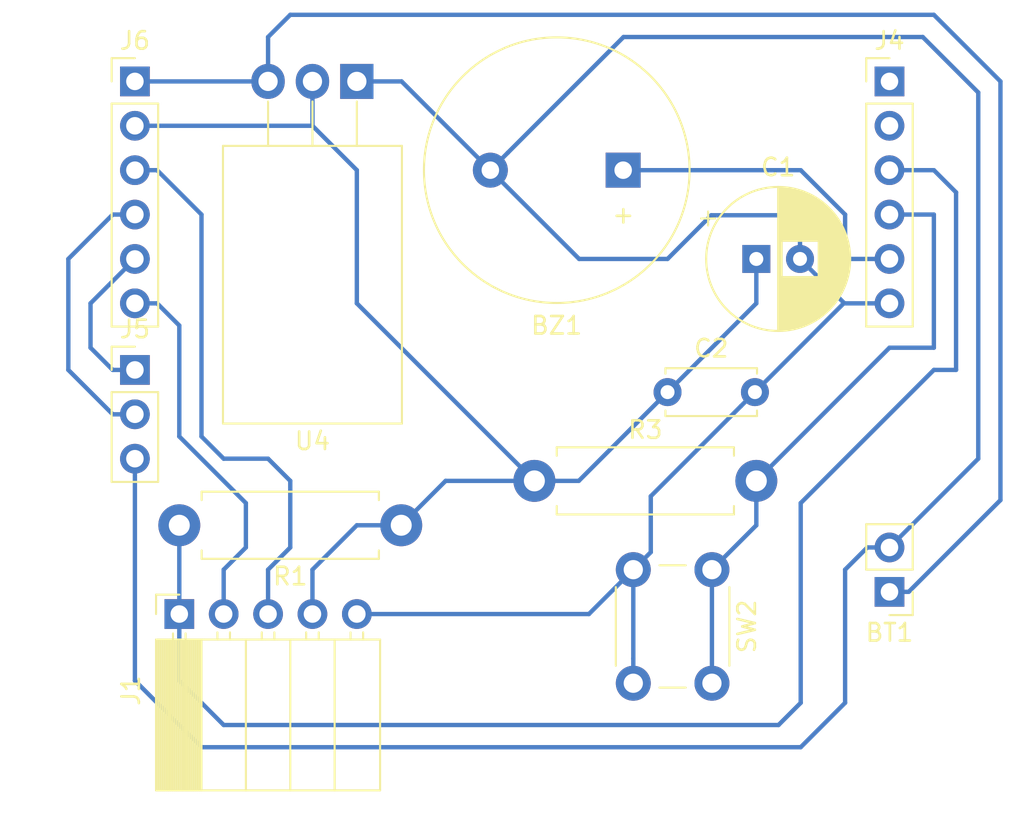
<source format=kicad_pcb>
(kicad_pcb (version 20171130) (host pcbnew 5.0.0+dfsg1-2)

  (general
    (thickness 1.6)
    (drawings 0)
    (tracks 101)
    (zones 0)
    (modules 12)
    (nets 13)
  )

  (page A4)
  (layers
    (0 F.Cu signal)
    (31 B.Cu signal)
    (32 B.Adhes user)
    (33 F.Adhes user)
    (34 B.Paste user)
    (35 F.Paste user)
    (36 B.SilkS user)
    (37 F.SilkS user)
    (38 B.Mask user)
    (39 F.Mask user)
    (40 Dwgs.User user)
    (41 Cmts.User user)
    (42 Eco1.User user)
    (43 Eco2.User user)
    (44 Edge.Cuts user)
    (45 Margin user)
    (46 B.CrtYd user)
    (47 F.CrtYd user)
    (48 B.Fab user)
    (49 F.Fab user)
  )

  (setup
    (last_trace_width 0.25)
    (trace_clearance 0.2)
    (zone_clearance 0.508)
    (zone_45_only no)
    (trace_min 0.2)
    (segment_width 0.2)
    (edge_width 0.1)
    (via_size 0.8)
    (via_drill 0.4)
    (via_min_size 0.4)
    (via_min_drill 0.3)
    (uvia_size 0.3)
    (uvia_drill 0.1)
    (uvias_allowed no)
    (uvia_min_size 0.2)
    (uvia_min_drill 0.1)
    (pcb_text_width 0.3)
    (pcb_text_size 1.5 1.5)
    (mod_edge_width 0.15)
    (mod_text_size 1 1)
    (mod_text_width 0.15)
    (pad_size 1.5 1.5)
    (pad_drill 0.6)
    (pad_to_mask_clearance 0)
    (aux_axis_origin 0 0)
    (visible_elements FFFFFF7F)
    (pcbplotparams
      (layerselection 0x010fc_ffffffff)
      (usegerberextensions false)
      (usegerberattributes false)
      (usegerberadvancedattributes false)
      (creategerberjobfile false)
      (excludeedgelayer true)
      (linewidth 0.100000)
      (plotframeref false)
      (viasonmask false)
      (mode 1)
      (useauxorigin false)
      (hpglpennumber 1)
      (hpglpenspeed 20)
      (hpglpendiameter 15.000000)
      (psnegative false)
      (psa4output false)
      (plotreference true)
      (plotvalue true)
      (plotinvisibletext false)
      (padsonsilk false)
      (subtractmaskfromsilk false)
      (outputformat 1)
      (mirror false)
      (drillshape 1)
      (scaleselection 1)
      (outputdirectory ""))
  )

  (net 0 "")
  (net 1 VDD)
  (net 2 GND)
  (net 3 "Net-(BZ1-Pad1)")
  (net 4 VCC)
  (net 5 "Net-(J1-Pad3)")
  (net 6 "Net-(J4-Pad4)")
  (net 7 "Net-(J4-Pad2)")
  (net 8 "Net-(J5-Pad1)")
  (net 9 "Net-(J5-Pad2)")
  (net 10 "Net-(J1-Pad1)")
  (net 11 "Net-(J1-Pad2)")
  (net 12 "Net-(J4-Pad1)")

  (net_class Default "This is the default net class."
    (clearance 0.2)
    (trace_width 0.25)
    (via_dia 0.8)
    (via_drill 0.4)
    (uvia_dia 0.3)
    (uvia_drill 0.1)
    (add_net GND)
    (add_net "Net-(BZ1-Pad1)")
    (add_net "Net-(J1-Pad1)")
    (add_net "Net-(J1-Pad2)")
    (add_net "Net-(J1-Pad3)")
    (add_net "Net-(J4-Pad1)")
    (add_net "Net-(J4-Pad2)")
    (add_net "Net-(J4-Pad4)")
    (add_net "Net-(J5-Pad1)")
    (add_net "Net-(J5-Pad2)")
    (add_net VCC)
    (add_net VDD)
  )

  (module Package_TO_SOT_THT:TO-220-3_Horizontal_TabDown (layer F.Cu) (tedit 5AC8BA0D) (tstamp 5BEC6EF1)
    (at 40.64 27.94 180)
    (descr "TO-220-3, Horizontal, RM 2.54mm, see https://www.vishay.com/docs/66542/to-220-1.pdf")
    (tags "TO-220-3 Horizontal RM 2.54mm")
    (path /5BD2C866)
    (fp_text reference U4 (at 2.54 -20.58 180) (layer F.SilkS)
      (effects (font (size 1 1) (thickness 0.15)))
    )
    (fp_text value LM1117-3.3 (at 2.54 2 180) (layer F.Fab)
      (effects (font (size 1 1) (thickness 0.15)))
    )
    (fp_circle (center 2.54 -16.66) (end 4.39 -16.66) (layer F.Fab) (width 0.1))
    (fp_line (start -2.46 -13.06) (end -2.46 -19.46) (layer F.Fab) (width 0.1))
    (fp_line (start -2.46 -19.46) (end 7.54 -19.46) (layer F.Fab) (width 0.1))
    (fp_line (start 7.54 -19.46) (end 7.54 -13.06) (layer F.Fab) (width 0.1))
    (fp_line (start 7.54 -13.06) (end -2.46 -13.06) (layer F.Fab) (width 0.1))
    (fp_line (start -2.46 -3.81) (end -2.46 -13.06) (layer F.Fab) (width 0.1))
    (fp_line (start -2.46 -13.06) (end 7.54 -13.06) (layer F.Fab) (width 0.1))
    (fp_line (start 7.54 -13.06) (end 7.54 -3.81) (layer F.Fab) (width 0.1))
    (fp_line (start 7.54 -3.81) (end -2.46 -3.81) (layer F.Fab) (width 0.1))
    (fp_line (start 0 -3.81) (end 0 0) (layer F.Fab) (width 0.1))
    (fp_line (start 2.54 -3.81) (end 2.54 0) (layer F.Fab) (width 0.1))
    (fp_line (start 5.08 -3.81) (end 5.08 0) (layer F.Fab) (width 0.1))
    (fp_line (start -2.58 -3.69) (end 7.66 -3.69) (layer F.SilkS) (width 0.12))
    (fp_line (start -2.58 -19.58) (end 7.66 -19.58) (layer F.SilkS) (width 0.12))
    (fp_line (start -2.58 -19.58) (end -2.58 -3.69) (layer F.SilkS) (width 0.12))
    (fp_line (start 7.66 -19.58) (end 7.66 -3.69) (layer F.SilkS) (width 0.12))
    (fp_line (start 0 -3.69) (end 0 -1.15) (layer F.SilkS) (width 0.12))
    (fp_line (start 2.54 -3.69) (end 2.54 -1.15) (layer F.SilkS) (width 0.12))
    (fp_line (start 5.08 -3.69) (end 5.08 -1.15) (layer F.SilkS) (width 0.12))
    (fp_line (start -2.71 -19.71) (end -2.71 1.25) (layer F.CrtYd) (width 0.05))
    (fp_line (start -2.71 1.25) (end 7.79 1.25) (layer F.CrtYd) (width 0.05))
    (fp_line (start 7.79 1.25) (end 7.79 -19.71) (layer F.CrtYd) (width 0.05))
    (fp_line (start 7.79 -19.71) (end -2.71 -19.71) (layer F.CrtYd) (width 0.05))
    (fp_text user %R (at 2.54 -20.58 180) (layer F.Fab)
      (effects (font (size 1 1) (thickness 0.15)))
    )
    (pad "" np_thru_hole oval (at 2.54 -16.66 180) (size 3.5 3.5) (drill 3.5) (layers *.Cu *.Mask))
    (pad 1 thru_hole rect (at 0 0 180) (size 1.905 2) (drill 1.1) (layers *.Cu *.Mask)
      (net 2 GND))
    (pad 2 thru_hole oval (at 2.54 0 180) (size 1.905 2) (drill 1.1) (layers *.Cu *.Mask)
      (net 4 VCC))
    (pad 3 thru_hole oval (at 5.08 0 180) (size 1.905 2) (drill 1.1) (layers *.Cu *.Mask)
      (net 1 VDD))
    (model ${KISYS3DMOD}/Package_TO_SOT_THT.3dshapes/TO-220-3_Horizontal_TabDown.wrl
      (at (xyz 0 0 0))
      (scale (xyz 1 1 1))
      (rotate (xyz 0 0 0))
    )
  )

  (module Connector_PinHeader_2.54mm:PinHeader_1x02_P2.54mm_Vertical (layer F.Cu) (tedit 59FED5CC) (tstamp 5BEC6CFA)
    (at 71.12 57.15 180)
    (descr "Through hole straight pin header, 1x02, 2.54mm pitch, single row")
    (tags "Through hole pin header THT 1x02 2.54mm single row")
    (path /5BD2C873)
    (fp_text reference BT1 (at 0 -2.33 180) (layer F.SilkS)
      (effects (font (size 1 1) (thickness 0.15)))
    )
    (fp_text value "4.5V - 9.9V" (at 0 4.87 180) (layer F.Fab)
      (effects (font (size 1 1) (thickness 0.15)))
    )
    (fp_line (start -0.635 -1.27) (end 1.27 -1.27) (layer F.Fab) (width 0.1))
    (fp_line (start 1.27 -1.27) (end 1.27 3.81) (layer F.Fab) (width 0.1))
    (fp_line (start 1.27 3.81) (end -1.27 3.81) (layer F.Fab) (width 0.1))
    (fp_line (start -1.27 3.81) (end -1.27 -0.635) (layer F.Fab) (width 0.1))
    (fp_line (start -1.27 -0.635) (end -0.635 -1.27) (layer F.Fab) (width 0.1))
    (fp_line (start -1.33 3.87) (end 1.33 3.87) (layer F.SilkS) (width 0.12))
    (fp_line (start -1.33 1.27) (end -1.33 3.87) (layer F.SilkS) (width 0.12))
    (fp_line (start 1.33 1.27) (end 1.33 3.87) (layer F.SilkS) (width 0.12))
    (fp_line (start -1.33 1.27) (end 1.33 1.27) (layer F.SilkS) (width 0.12))
    (fp_line (start -1.33 0) (end -1.33 -1.33) (layer F.SilkS) (width 0.12))
    (fp_line (start -1.33 -1.33) (end 0 -1.33) (layer F.SilkS) (width 0.12))
    (fp_line (start -1.8 -1.8) (end -1.8 4.35) (layer F.CrtYd) (width 0.05))
    (fp_line (start -1.8 4.35) (end 1.8 4.35) (layer F.CrtYd) (width 0.05))
    (fp_line (start 1.8 4.35) (end 1.8 -1.8) (layer F.CrtYd) (width 0.05))
    (fp_line (start 1.8 -1.8) (end -1.8 -1.8) (layer F.CrtYd) (width 0.05))
    (fp_text user %R (at 0 1.27 270) (layer F.Fab)
      (effects (font (size 1 1) (thickness 0.15)))
    )
    (pad 1 thru_hole rect (at 0 0 180) (size 1.7 1.7) (drill 1) (layers *.Cu *.Mask)
      (net 1 VDD))
    (pad 2 thru_hole oval (at 0 2.54 180) (size 1.7 1.7) (drill 1) (layers *.Cu *.Mask)
      (net 2 GND))
    (model ${KISYS3DMOD}/Connector_PinHeader_2.54mm.3dshapes/PinHeader_1x02_P2.54mm_Vertical.wrl
      (at (xyz 0 0 0))
      (scale (xyz 1 1 1))
      (rotate (xyz 0 0 0))
    )
  )

  (module Buzzer_Beeper:Buzzer_15x7.5RM7.6 (layer F.Cu) (tedit 5A030281) (tstamp 5BEC756C)
    (at 55.88 33.02 180)
    (descr "Generic Buzzer, D15mm height 7.5mm with RM7.6mm")
    (tags buzzer)
    (path /5BD2C1D8)
    (fp_text reference BZ1 (at 3.81 -8.89 180) (layer F.SilkS)
      (effects (font (size 1 1) (thickness 0.15)))
    )
    (fp_text value Buzzer (at 3.81 8.89 180) (layer F.Fab)
      (effects (font (size 1 1) (thickness 0.15)))
    )
    (fp_text user + (at -0.01 -2.54 180) (layer F.Fab)
      (effects (font (size 1 1) (thickness 0.15)))
    )
    (fp_text user + (at -0.01 -2.54 180) (layer F.SilkS)
      (effects (font (size 1 1) (thickness 0.15)))
    )
    (fp_text user %R (at 3.8 -4 180) (layer F.Fab)
      (effects (font (size 1 1) (thickness 0.15)))
    )
    (fp_circle (center 3.8 0) (end 11.55 0) (layer F.CrtYd) (width 0.05))
    (fp_circle (center 3.8 0) (end 11.3 0) (layer F.Fab) (width 0.1))
    (fp_circle (center 3.8 0) (end 4.8 0) (layer F.Fab) (width 0.1))
    (fp_circle (center 3.8 0) (end 11.4 0) (layer F.SilkS) (width 0.12))
    (pad 1 thru_hole rect (at 0 0 180) (size 2 2) (drill 1) (layers *.Cu *.Mask)
      (net 3 "Net-(BZ1-Pad1)"))
    (pad 2 thru_hole circle (at 7.6 0 180) (size 2 2) (drill 1) (layers *.Cu *.Mask)
      (net 2 GND))
    (model ${KISYS3DMOD}/Buzzer_Beeper.3dshapes/Buzzer_15x7.5RM7.6.wrl
      (at (xyz 0 0 0))
      (scale (xyz 1 1 1))
      (rotate (xyz 0 0 0))
    )
  )

  (module Capacitor_THT:CP_Radial_D8.0mm_P2.50mm (layer F.Cu) (tedit 5AE50EF0) (tstamp 5BEC6DB0)
    (at 63.5 38.1)
    (descr "CP, Radial series, Radial, pin pitch=2.50mm, , diameter=8mm, Electrolytic Capacitor")
    (tags "CP Radial series Radial pin pitch 2.50mm  diameter 8mm Electrolytic Capacitor")
    (path /5BD2C88E)
    (fp_text reference C1 (at 1.25 -5.25) (layer F.SilkS)
      (effects (font (size 1 1) (thickness 0.15)))
    )
    (fp_text value 10uF (at 1.25 5.25) (layer F.Fab)
      (effects (font (size 1 1) (thickness 0.15)))
    )
    (fp_circle (center 1.25 0) (end 5.25 0) (layer F.Fab) (width 0.1))
    (fp_circle (center 1.25 0) (end 5.37 0) (layer F.SilkS) (width 0.12))
    (fp_circle (center 1.25 0) (end 5.5 0) (layer F.CrtYd) (width 0.05))
    (fp_line (start -2.176759 -1.7475) (end -1.376759 -1.7475) (layer F.Fab) (width 0.1))
    (fp_line (start -1.776759 -2.1475) (end -1.776759 -1.3475) (layer F.Fab) (width 0.1))
    (fp_line (start 1.25 -4.08) (end 1.25 4.08) (layer F.SilkS) (width 0.12))
    (fp_line (start 1.29 -4.08) (end 1.29 4.08) (layer F.SilkS) (width 0.12))
    (fp_line (start 1.33 -4.08) (end 1.33 4.08) (layer F.SilkS) (width 0.12))
    (fp_line (start 1.37 -4.079) (end 1.37 4.079) (layer F.SilkS) (width 0.12))
    (fp_line (start 1.41 -4.077) (end 1.41 4.077) (layer F.SilkS) (width 0.12))
    (fp_line (start 1.45 -4.076) (end 1.45 4.076) (layer F.SilkS) (width 0.12))
    (fp_line (start 1.49 -4.074) (end 1.49 -1.04) (layer F.SilkS) (width 0.12))
    (fp_line (start 1.49 1.04) (end 1.49 4.074) (layer F.SilkS) (width 0.12))
    (fp_line (start 1.53 -4.071) (end 1.53 -1.04) (layer F.SilkS) (width 0.12))
    (fp_line (start 1.53 1.04) (end 1.53 4.071) (layer F.SilkS) (width 0.12))
    (fp_line (start 1.57 -4.068) (end 1.57 -1.04) (layer F.SilkS) (width 0.12))
    (fp_line (start 1.57 1.04) (end 1.57 4.068) (layer F.SilkS) (width 0.12))
    (fp_line (start 1.61 -4.065) (end 1.61 -1.04) (layer F.SilkS) (width 0.12))
    (fp_line (start 1.61 1.04) (end 1.61 4.065) (layer F.SilkS) (width 0.12))
    (fp_line (start 1.65 -4.061) (end 1.65 -1.04) (layer F.SilkS) (width 0.12))
    (fp_line (start 1.65 1.04) (end 1.65 4.061) (layer F.SilkS) (width 0.12))
    (fp_line (start 1.69 -4.057) (end 1.69 -1.04) (layer F.SilkS) (width 0.12))
    (fp_line (start 1.69 1.04) (end 1.69 4.057) (layer F.SilkS) (width 0.12))
    (fp_line (start 1.73 -4.052) (end 1.73 -1.04) (layer F.SilkS) (width 0.12))
    (fp_line (start 1.73 1.04) (end 1.73 4.052) (layer F.SilkS) (width 0.12))
    (fp_line (start 1.77 -4.048) (end 1.77 -1.04) (layer F.SilkS) (width 0.12))
    (fp_line (start 1.77 1.04) (end 1.77 4.048) (layer F.SilkS) (width 0.12))
    (fp_line (start 1.81 -4.042) (end 1.81 -1.04) (layer F.SilkS) (width 0.12))
    (fp_line (start 1.81 1.04) (end 1.81 4.042) (layer F.SilkS) (width 0.12))
    (fp_line (start 1.85 -4.037) (end 1.85 -1.04) (layer F.SilkS) (width 0.12))
    (fp_line (start 1.85 1.04) (end 1.85 4.037) (layer F.SilkS) (width 0.12))
    (fp_line (start 1.89 -4.03) (end 1.89 -1.04) (layer F.SilkS) (width 0.12))
    (fp_line (start 1.89 1.04) (end 1.89 4.03) (layer F.SilkS) (width 0.12))
    (fp_line (start 1.93 -4.024) (end 1.93 -1.04) (layer F.SilkS) (width 0.12))
    (fp_line (start 1.93 1.04) (end 1.93 4.024) (layer F.SilkS) (width 0.12))
    (fp_line (start 1.971 -4.017) (end 1.971 -1.04) (layer F.SilkS) (width 0.12))
    (fp_line (start 1.971 1.04) (end 1.971 4.017) (layer F.SilkS) (width 0.12))
    (fp_line (start 2.011 -4.01) (end 2.011 -1.04) (layer F.SilkS) (width 0.12))
    (fp_line (start 2.011 1.04) (end 2.011 4.01) (layer F.SilkS) (width 0.12))
    (fp_line (start 2.051 -4.002) (end 2.051 -1.04) (layer F.SilkS) (width 0.12))
    (fp_line (start 2.051 1.04) (end 2.051 4.002) (layer F.SilkS) (width 0.12))
    (fp_line (start 2.091 -3.994) (end 2.091 -1.04) (layer F.SilkS) (width 0.12))
    (fp_line (start 2.091 1.04) (end 2.091 3.994) (layer F.SilkS) (width 0.12))
    (fp_line (start 2.131 -3.985) (end 2.131 -1.04) (layer F.SilkS) (width 0.12))
    (fp_line (start 2.131 1.04) (end 2.131 3.985) (layer F.SilkS) (width 0.12))
    (fp_line (start 2.171 -3.976) (end 2.171 -1.04) (layer F.SilkS) (width 0.12))
    (fp_line (start 2.171 1.04) (end 2.171 3.976) (layer F.SilkS) (width 0.12))
    (fp_line (start 2.211 -3.967) (end 2.211 -1.04) (layer F.SilkS) (width 0.12))
    (fp_line (start 2.211 1.04) (end 2.211 3.967) (layer F.SilkS) (width 0.12))
    (fp_line (start 2.251 -3.957) (end 2.251 -1.04) (layer F.SilkS) (width 0.12))
    (fp_line (start 2.251 1.04) (end 2.251 3.957) (layer F.SilkS) (width 0.12))
    (fp_line (start 2.291 -3.947) (end 2.291 -1.04) (layer F.SilkS) (width 0.12))
    (fp_line (start 2.291 1.04) (end 2.291 3.947) (layer F.SilkS) (width 0.12))
    (fp_line (start 2.331 -3.936) (end 2.331 -1.04) (layer F.SilkS) (width 0.12))
    (fp_line (start 2.331 1.04) (end 2.331 3.936) (layer F.SilkS) (width 0.12))
    (fp_line (start 2.371 -3.925) (end 2.371 -1.04) (layer F.SilkS) (width 0.12))
    (fp_line (start 2.371 1.04) (end 2.371 3.925) (layer F.SilkS) (width 0.12))
    (fp_line (start 2.411 -3.914) (end 2.411 -1.04) (layer F.SilkS) (width 0.12))
    (fp_line (start 2.411 1.04) (end 2.411 3.914) (layer F.SilkS) (width 0.12))
    (fp_line (start 2.451 -3.902) (end 2.451 -1.04) (layer F.SilkS) (width 0.12))
    (fp_line (start 2.451 1.04) (end 2.451 3.902) (layer F.SilkS) (width 0.12))
    (fp_line (start 2.491 -3.889) (end 2.491 -1.04) (layer F.SilkS) (width 0.12))
    (fp_line (start 2.491 1.04) (end 2.491 3.889) (layer F.SilkS) (width 0.12))
    (fp_line (start 2.531 -3.877) (end 2.531 -1.04) (layer F.SilkS) (width 0.12))
    (fp_line (start 2.531 1.04) (end 2.531 3.877) (layer F.SilkS) (width 0.12))
    (fp_line (start 2.571 -3.863) (end 2.571 -1.04) (layer F.SilkS) (width 0.12))
    (fp_line (start 2.571 1.04) (end 2.571 3.863) (layer F.SilkS) (width 0.12))
    (fp_line (start 2.611 -3.85) (end 2.611 -1.04) (layer F.SilkS) (width 0.12))
    (fp_line (start 2.611 1.04) (end 2.611 3.85) (layer F.SilkS) (width 0.12))
    (fp_line (start 2.651 -3.835) (end 2.651 -1.04) (layer F.SilkS) (width 0.12))
    (fp_line (start 2.651 1.04) (end 2.651 3.835) (layer F.SilkS) (width 0.12))
    (fp_line (start 2.691 -3.821) (end 2.691 -1.04) (layer F.SilkS) (width 0.12))
    (fp_line (start 2.691 1.04) (end 2.691 3.821) (layer F.SilkS) (width 0.12))
    (fp_line (start 2.731 -3.805) (end 2.731 -1.04) (layer F.SilkS) (width 0.12))
    (fp_line (start 2.731 1.04) (end 2.731 3.805) (layer F.SilkS) (width 0.12))
    (fp_line (start 2.771 -3.79) (end 2.771 -1.04) (layer F.SilkS) (width 0.12))
    (fp_line (start 2.771 1.04) (end 2.771 3.79) (layer F.SilkS) (width 0.12))
    (fp_line (start 2.811 -3.774) (end 2.811 -1.04) (layer F.SilkS) (width 0.12))
    (fp_line (start 2.811 1.04) (end 2.811 3.774) (layer F.SilkS) (width 0.12))
    (fp_line (start 2.851 -3.757) (end 2.851 -1.04) (layer F.SilkS) (width 0.12))
    (fp_line (start 2.851 1.04) (end 2.851 3.757) (layer F.SilkS) (width 0.12))
    (fp_line (start 2.891 -3.74) (end 2.891 -1.04) (layer F.SilkS) (width 0.12))
    (fp_line (start 2.891 1.04) (end 2.891 3.74) (layer F.SilkS) (width 0.12))
    (fp_line (start 2.931 -3.722) (end 2.931 -1.04) (layer F.SilkS) (width 0.12))
    (fp_line (start 2.931 1.04) (end 2.931 3.722) (layer F.SilkS) (width 0.12))
    (fp_line (start 2.971 -3.704) (end 2.971 -1.04) (layer F.SilkS) (width 0.12))
    (fp_line (start 2.971 1.04) (end 2.971 3.704) (layer F.SilkS) (width 0.12))
    (fp_line (start 3.011 -3.686) (end 3.011 -1.04) (layer F.SilkS) (width 0.12))
    (fp_line (start 3.011 1.04) (end 3.011 3.686) (layer F.SilkS) (width 0.12))
    (fp_line (start 3.051 -3.666) (end 3.051 -1.04) (layer F.SilkS) (width 0.12))
    (fp_line (start 3.051 1.04) (end 3.051 3.666) (layer F.SilkS) (width 0.12))
    (fp_line (start 3.091 -3.647) (end 3.091 -1.04) (layer F.SilkS) (width 0.12))
    (fp_line (start 3.091 1.04) (end 3.091 3.647) (layer F.SilkS) (width 0.12))
    (fp_line (start 3.131 -3.627) (end 3.131 -1.04) (layer F.SilkS) (width 0.12))
    (fp_line (start 3.131 1.04) (end 3.131 3.627) (layer F.SilkS) (width 0.12))
    (fp_line (start 3.171 -3.606) (end 3.171 -1.04) (layer F.SilkS) (width 0.12))
    (fp_line (start 3.171 1.04) (end 3.171 3.606) (layer F.SilkS) (width 0.12))
    (fp_line (start 3.211 -3.584) (end 3.211 -1.04) (layer F.SilkS) (width 0.12))
    (fp_line (start 3.211 1.04) (end 3.211 3.584) (layer F.SilkS) (width 0.12))
    (fp_line (start 3.251 -3.562) (end 3.251 -1.04) (layer F.SilkS) (width 0.12))
    (fp_line (start 3.251 1.04) (end 3.251 3.562) (layer F.SilkS) (width 0.12))
    (fp_line (start 3.291 -3.54) (end 3.291 -1.04) (layer F.SilkS) (width 0.12))
    (fp_line (start 3.291 1.04) (end 3.291 3.54) (layer F.SilkS) (width 0.12))
    (fp_line (start 3.331 -3.517) (end 3.331 -1.04) (layer F.SilkS) (width 0.12))
    (fp_line (start 3.331 1.04) (end 3.331 3.517) (layer F.SilkS) (width 0.12))
    (fp_line (start 3.371 -3.493) (end 3.371 -1.04) (layer F.SilkS) (width 0.12))
    (fp_line (start 3.371 1.04) (end 3.371 3.493) (layer F.SilkS) (width 0.12))
    (fp_line (start 3.411 -3.469) (end 3.411 -1.04) (layer F.SilkS) (width 0.12))
    (fp_line (start 3.411 1.04) (end 3.411 3.469) (layer F.SilkS) (width 0.12))
    (fp_line (start 3.451 -3.444) (end 3.451 -1.04) (layer F.SilkS) (width 0.12))
    (fp_line (start 3.451 1.04) (end 3.451 3.444) (layer F.SilkS) (width 0.12))
    (fp_line (start 3.491 -3.418) (end 3.491 -1.04) (layer F.SilkS) (width 0.12))
    (fp_line (start 3.491 1.04) (end 3.491 3.418) (layer F.SilkS) (width 0.12))
    (fp_line (start 3.531 -3.392) (end 3.531 -1.04) (layer F.SilkS) (width 0.12))
    (fp_line (start 3.531 1.04) (end 3.531 3.392) (layer F.SilkS) (width 0.12))
    (fp_line (start 3.571 -3.365) (end 3.571 3.365) (layer F.SilkS) (width 0.12))
    (fp_line (start 3.611 -3.338) (end 3.611 3.338) (layer F.SilkS) (width 0.12))
    (fp_line (start 3.651 -3.309) (end 3.651 3.309) (layer F.SilkS) (width 0.12))
    (fp_line (start 3.691 -3.28) (end 3.691 3.28) (layer F.SilkS) (width 0.12))
    (fp_line (start 3.731 -3.25) (end 3.731 3.25) (layer F.SilkS) (width 0.12))
    (fp_line (start 3.771 -3.22) (end 3.771 3.22) (layer F.SilkS) (width 0.12))
    (fp_line (start 3.811 -3.189) (end 3.811 3.189) (layer F.SilkS) (width 0.12))
    (fp_line (start 3.851 -3.156) (end 3.851 3.156) (layer F.SilkS) (width 0.12))
    (fp_line (start 3.891 -3.124) (end 3.891 3.124) (layer F.SilkS) (width 0.12))
    (fp_line (start 3.931 -3.09) (end 3.931 3.09) (layer F.SilkS) (width 0.12))
    (fp_line (start 3.971 -3.055) (end 3.971 3.055) (layer F.SilkS) (width 0.12))
    (fp_line (start 4.011 -3.019) (end 4.011 3.019) (layer F.SilkS) (width 0.12))
    (fp_line (start 4.051 -2.983) (end 4.051 2.983) (layer F.SilkS) (width 0.12))
    (fp_line (start 4.091 -2.945) (end 4.091 2.945) (layer F.SilkS) (width 0.12))
    (fp_line (start 4.131 -2.907) (end 4.131 2.907) (layer F.SilkS) (width 0.12))
    (fp_line (start 4.171 -2.867) (end 4.171 2.867) (layer F.SilkS) (width 0.12))
    (fp_line (start 4.211 -2.826) (end 4.211 2.826) (layer F.SilkS) (width 0.12))
    (fp_line (start 4.251 -2.784) (end 4.251 2.784) (layer F.SilkS) (width 0.12))
    (fp_line (start 4.291 -2.741) (end 4.291 2.741) (layer F.SilkS) (width 0.12))
    (fp_line (start 4.331 -2.697) (end 4.331 2.697) (layer F.SilkS) (width 0.12))
    (fp_line (start 4.371 -2.651) (end 4.371 2.651) (layer F.SilkS) (width 0.12))
    (fp_line (start 4.411 -2.604) (end 4.411 2.604) (layer F.SilkS) (width 0.12))
    (fp_line (start 4.451 -2.556) (end 4.451 2.556) (layer F.SilkS) (width 0.12))
    (fp_line (start 4.491 -2.505) (end 4.491 2.505) (layer F.SilkS) (width 0.12))
    (fp_line (start 4.531 -2.454) (end 4.531 2.454) (layer F.SilkS) (width 0.12))
    (fp_line (start 4.571 -2.4) (end 4.571 2.4) (layer F.SilkS) (width 0.12))
    (fp_line (start 4.611 -2.345) (end 4.611 2.345) (layer F.SilkS) (width 0.12))
    (fp_line (start 4.651 -2.287) (end 4.651 2.287) (layer F.SilkS) (width 0.12))
    (fp_line (start 4.691 -2.228) (end 4.691 2.228) (layer F.SilkS) (width 0.12))
    (fp_line (start 4.731 -2.166) (end 4.731 2.166) (layer F.SilkS) (width 0.12))
    (fp_line (start 4.771 -2.102) (end 4.771 2.102) (layer F.SilkS) (width 0.12))
    (fp_line (start 4.811 -2.034) (end 4.811 2.034) (layer F.SilkS) (width 0.12))
    (fp_line (start 4.851 -1.964) (end 4.851 1.964) (layer F.SilkS) (width 0.12))
    (fp_line (start 4.891 -1.89) (end 4.891 1.89) (layer F.SilkS) (width 0.12))
    (fp_line (start 4.931 -1.813) (end 4.931 1.813) (layer F.SilkS) (width 0.12))
    (fp_line (start 4.971 -1.731) (end 4.971 1.731) (layer F.SilkS) (width 0.12))
    (fp_line (start 5.011 -1.645) (end 5.011 1.645) (layer F.SilkS) (width 0.12))
    (fp_line (start 5.051 -1.552) (end 5.051 1.552) (layer F.SilkS) (width 0.12))
    (fp_line (start 5.091 -1.453) (end 5.091 1.453) (layer F.SilkS) (width 0.12))
    (fp_line (start 5.131 -1.346) (end 5.131 1.346) (layer F.SilkS) (width 0.12))
    (fp_line (start 5.171 -1.229) (end 5.171 1.229) (layer F.SilkS) (width 0.12))
    (fp_line (start 5.211 -1.098) (end 5.211 1.098) (layer F.SilkS) (width 0.12))
    (fp_line (start 5.251 -0.948) (end 5.251 0.948) (layer F.SilkS) (width 0.12))
    (fp_line (start 5.291 -0.768) (end 5.291 0.768) (layer F.SilkS) (width 0.12))
    (fp_line (start 5.331 -0.533) (end 5.331 0.533) (layer F.SilkS) (width 0.12))
    (fp_line (start -3.159698 -2.315) (end -2.359698 -2.315) (layer F.SilkS) (width 0.12))
    (fp_line (start -2.759698 -2.715) (end -2.759698 -1.915) (layer F.SilkS) (width 0.12))
    (fp_text user %R (at 1.25 0) (layer F.Fab)
      (effects (font (size 1 1) (thickness 0.15)))
    )
    (pad 1 thru_hole rect (at 0 0) (size 1.6 1.6) (drill 0.8) (layers *.Cu *.Mask)
      (net 4 VCC))
    (pad 2 thru_hole circle (at 2.5 0) (size 1.6 1.6) (drill 0.8) (layers *.Cu *.Mask)
      (net 2 GND))
    (model ${KISYS3DMOD}/Capacitor_THT.3dshapes/CP_Radial_D8.0mm_P2.50mm.wrl
      (at (xyz 0 0 0))
      (scale (xyz 1 1 1))
      (rotate (xyz 0 0 0))
    )
  )

  (module Capacitor_THT:C_Disc_D5.0mm_W2.5mm_P5.00mm (layer F.Cu) (tedit 5AE50EF0) (tstamp 5BEC6DC5)
    (at 58.42 45.72)
    (descr "C, Disc series, Radial, pin pitch=5.00mm, , diameter*width=5*2.5mm^2, Capacitor, http://cdn-reichelt.de/documents/datenblatt/B300/DS_KERKO_TC.pdf")
    (tags "C Disc series Radial pin pitch 5.00mm  diameter 5mm width 2.5mm Capacitor")
    (path /5BD2C887)
    (fp_text reference C2 (at 2.5 -2.5) (layer F.SilkS)
      (effects (font (size 1 1) (thickness 0.15)))
    )
    (fp_text value 100nF (at 2.5 2.5) (layer F.Fab)
      (effects (font (size 1 1) (thickness 0.15)))
    )
    (fp_line (start 0 -1.25) (end 0 1.25) (layer F.Fab) (width 0.1))
    (fp_line (start 0 1.25) (end 5 1.25) (layer F.Fab) (width 0.1))
    (fp_line (start 5 1.25) (end 5 -1.25) (layer F.Fab) (width 0.1))
    (fp_line (start 5 -1.25) (end 0 -1.25) (layer F.Fab) (width 0.1))
    (fp_line (start -0.12 -1.37) (end 5.12 -1.37) (layer F.SilkS) (width 0.12))
    (fp_line (start -0.12 1.37) (end 5.12 1.37) (layer F.SilkS) (width 0.12))
    (fp_line (start -0.12 -1.37) (end -0.12 -1.055) (layer F.SilkS) (width 0.12))
    (fp_line (start -0.12 1.055) (end -0.12 1.37) (layer F.SilkS) (width 0.12))
    (fp_line (start 5.12 -1.37) (end 5.12 -1.055) (layer F.SilkS) (width 0.12))
    (fp_line (start 5.12 1.055) (end 5.12 1.37) (layer F.SilkS) (width 0.12))
    (fp_line (start -1.05 -1.5) (end -1.05 1.5) (layer F.CrtYd) (width 0.05))
    (fp_line (start -1.05 1.5) (end 6.05 1.5) (layer F.CrtYd) (width 0.05))
    (fp_line (start 6.05 1.5) (end 6.05 -1.5) (layer F.CrtYd) (width 0.05))
    (fp_line (start 6.05 -1.5) (end -1.05 -1.5) (layer F.CrtYd) (width 0.05))
    (fp_text user %R (at 2.5 0) (layer F.Fab)
      (effects (font (size 1 1) (thickness 0.15)))
    )
    (pad 1 thru_hole circle (at 0 0) (size 1.6 1.6) (drill 0.8) (layers *.Cu *.Mask)
      (net 4 VCC))
    (pad 2 thru_hole circle (at 5 0) (size 1.6 1.6) (drill 0.8) (layers *.Cu *.Mask)
      (net 2 GND))
    (model ${KISYS3DMOD}/Capacitor_THT.3dshapes/C_Disc_D5.0mm_W2.5mm_P5.00mm.wrl
      (at (xyz 0 0 0))
      (scale (xyz 1 1 1))
      (rotate (xyz 0 0 0))
    )
  )

  (module Connector_PinSocket_2.54mm:PinSocket_1x05_P2.54mm_Horizontal (layer F.Cu) (tedit 5A19A431) (tstamp 5BEC6E10)
    (at 30.48 58.42 90)
    (descr "Through hole angled socket strip, 1x05, 2.54mm pitch, 8.51mm socket length, single row (from Kicad 4.0.7), script generated")
    (tags "Through hole angled socket strip THT 1x05 2.54mm single row")
    (path /5BECCCD8)
    (fp_text reference J1 (at -4.38 -2.77 90) (layer F.SilkS)
      (effects (font (size 1 1) (thickness 0.15)))
    )
    (fp_text value Conn_01x05_Female (at -4.38 12.93 90) (layer F.Fab)
      (effects (font (size 1 1) (thickness 0.15)))
    )
    (fp_line (start -10.03 -1.27) (end -2.49 -1.27) (layer F.Fab) (width 0.1))
    (fp_line (start -2.49 -1.27) (end -1.52 -0.3) (layer F.Fab) (width 0.1))
    (fp_line (start -1.52 -0.3) (end -1.52 11.43) (layer F.Fab) (width 0.1))
    (fp_line (start -1.52 11.43) (end -10.03 11.43) (layer F.Fab) (width 0.1))
    (fp_line (start -10.03 11.43) (end -10.03 -1.27) (layer F.Fab) (width 0.1))
    (fp_line (start 0 -0.3) (end -1.52 -0.3) (layer F.Fab) (width 0.1))
    (fp_line (start -1.52 0.3) (end 0 0.3) (layer F.Fab) (width 0.1))
    (fp_line (start 0 0.3) (end 0 -0.3) (layer F.Fab) (width 0.1))
    (fp_line (start 0 2.24) (end -1.52 2.24) (layer F.Fab) (width 0.1))
    (fp_line (start -1.52 2.84) (end 0 2.84) (layer F.Fab) (width 0.1))
    (fp_line (start 0 2.84) (end 0 2.24) (layer F.Fab) (width 0.1))
    (fp_line (start 0 4.78) (end -1.52 4.78) (layer F.Fab) (width 0.1))
    (fp_line (start -1.52 5.38) (end 0 5.38) (layer F.Fab) (width 0.1))
    (fp_line (start 0 5.38) (end 0 4.78) (layer F.Fab) (width 0.1))
    (fp_line (start 0 7.32) (end -1.52 7.32) (layer F.Fab) (width 0.1))
    (fp_line (start -1.52 7.92) (end 0 7.92) (layer F.Fab) (width 0.1))
    (fp_line (start 0 7.92) (end 0 7.32) (layer F.Fab) (width 0.1))
    (fp_line (start 0 9.86) (end -1.52 9.86) (layer F.Fab) (width 0.1))
    (fp_line (start -1.52 10.46) (end 0 10.46) (layer F.Fab) (width 0.1))
    (fp_line (start 0 10.46) (end 0 9.86) (layer F.Fab) (width 0.1))
    (fp_line (start -10.09 -1.21) (end -1.46 -1.21) (layer F.SilkS) (width 0.12))
    (fp_line (start -10.09 -1.091905) (end -1.46 -1.091905) (layer F.SilkS) (width 0.12))
    (fp_line (start -10.09 -0.97381) (end -1.46 -0.97381) (layer F.SilkS) (width 0.12))
    (fp_line (start -10.09 -0.855715) (end -1.46 -0.855715) (layer F.SilkS) (width 0.12))
    (fp_line (start -10.09 -0.73762) (end -1.46 -0.73762) (layer F.SilkS) (width 0.12))
    (fp_line (start -10.09 -0.619525) (end -1.46 -0.619525) (layer F.SilkS) (width 0.12))
    (fp_line (start -10.09 -0.50143) (end -1.46 -0.50143) (layer F.SilkS) (width 0.12))
    (fp_line (start -10.09 -0.383335) (end -1.46 -0.383335) (layer F.SilkS) (width 0.12))
    (fp_line (start -10.09 -0.26524) (end -1.46 -0.26524) (layer F.SilkS) (width 0.12))
    (fp_line (start -10.09 -0.147145) (end -1.46 -0.147145) (layer F.SilkS) (width 0.12))
    (fp_line (start -10.09 -0.02905) (end -1.46 -0.02905) (layer F.SilkS) (width 0.12))
    (fp_line (start -10.09 0.089045) (end -1.46 0.089045) (layer F.SilkS) (width 0.12))
    (fp_line (start -10.09 0.20714) (end -1.46 0.20714) (layer F.SilkS) (width 0.12))
    (fp_line (start -10.09 0.325235) (end -1.46 0.325235) (layer F.SilkS) (width 0.12))
    (fp_line (start -10.09 0.44333) (end -1.46 0.44333) (layer F.SilkS) (width 0.12))
    (fp_line (start -10.09 0.561425) (end -1.46 0.561425) (layer F.SilkS) (width 0.12))
    (fp_line (start -10.09 0.67952) (end -1.46 0.67952) (layer F.SilkS) (width 0.12))
    (fp_line (start -10.09 0.797615) (end -1.46 0.797615) (layer F.SilkS) (width 0.12))
    (fp_line (start -10.09 0.91571) (end -1.46 0.91571) (layer F.SilkS) (width 0.12))
    (fp_line (start -10.09 1.033805) (end -1.46 1.033805) (layer F.SilkS) (width 0.12))
    (fp_line (start -10.09 1.1519) (end -1.46 1.1519) (layer F.SilkS) (width 0.12))
    (fp_line (start -1.46 -0.36) (end -1.11 -0.36) (layer F.SilkS) (width 0.12))
    (fp_line (start -1.46 0.36) (end -1.11 0.36) (layer F.SilkS) (width 0.12))
    (fp_line (start -1.46 2.18) (end -1.05 2.18) (layer F.SilkS) (width 0.12))
    (fp_line (start -1.46 2.9) (end -1.05 2.9) (layer F.SilkS) (width 0.12))
    (fp_line (start -1.46 4.72) (end -1.05 4.72) (layer F.SilkS) (width 0.12))
    (fp_line (start -1.46 5.44) (end -1.05 5.44) (layer F.SilkS) (width 0.12))
    (fp_line (start -1.46 7.26) (end -1.05 7.26) (layer F.SilkS) (width 0.12))
    (fp_line (start -1.46 7.98) (end -1.05 7.98) (layer F.SilkS) (width 0.12))
    (fp_line (start -1.46 9.8) (end -1.05 9.8) (layer F.SilkS) (width 0.12))
    (fp_line (start -1.46 10.52) (end -1.05 10.52) (layer F.SilkS) (width 0.12))
    (fp_line (start -10.09 1.27) (end -1.46 1.27) (layer F.SilkS) (width 0.12))
    (fp_line (start -10.09 3.81) (end -1.46 3.81) (layer F.SilkS) (width 0.12))
    (fp_line (start -10.09 6.35) (end -1.46 6.35) (layer F.SilkS) (width 0.12))
    (fp_line (start -10.09 8.89) (end -1.46 8.89) (layer F.SilkS) (width 0.12))
    (fp_line (start -10.09 -1.33) (end -1.46 -1.33) (layer F.SilkS) (width 0.12))
    (fp_line (start -1.46 -1.33) (end -1.46 11.49) (layer F.SilkS) (width 0.12))
    (fp_line (start -10.09 11.49) (end -1.46 11.49) (layer F.SilkS) (width 0.12))
    (fp_line (start -10.09 -1.33) (end -10.09 11.49) (layer F.SilkS) (width 0.12))
    (fp_line (start 1.11 -1.33) (end 1.11 0) (layer F.SilkS) (width 0.12))
    (fp_line (start 0 -1.33) (end 1.11 -1.33) (layer F.SilkS) (width 0.12))
    (fp_line (start 1.75 -1.75) (end -10.55 -1.75) (layer F.CrtYd) (width 0.05))
    (fp_line (start -10.55 -1.75) (end -10.55 11.95) (layer F.CrtYd) (width 0.05))
    (fp_line (start -10.55 11.95) (end 1.75 11.95) (layer F.CrtYd) (width 0.05))
    (fp_line (start 1.75 11.95) (end 1.75 -1.75) (layer F.CrtYd) (width 0.05))
    (fp_text user %R (at -5.775 5.08 180) (layer F.Fab)
      (effects (font (size 1 1) (thickness 0.15)))
    )
    (pad 1 thru_hole rect (at 0 0 90) (size 1.7 1.7) (drill 1) (layers *.Cu *.Mask)
      (net 10 "Net-(J1-Pad1)"))
    (pad 2 thru_hole oval (at 0 2.54 90) (size 1.7 1.7) (drill 1) (layers *.Cu *.Mask)
      (net 11 "Net-(J1-Pad2)"))
    (pad 3 thru_hole oval (at 0 5.08 90) (size 1.7 1.7) (drill 1) (layers *.Cu *.Mask)
      (net 5 "Net-(J1-Pad3)"))
    (pad 4 thru_hole oval (at 0 7.62 90) (size 1.7 1.7) (drill 1) (layers *.Cu *.Mask)
      (net 4 VCC))
    (pad 5 thru_hole oval (at 0 10.16 90) (size 1.7 1.7) (drill 1) (layers *.Cu *.Mask)
      (net 2 GND))
    (model ${KISYS3DMOD}/Connector_PinSocket_2.54mm.3dshapes/PinSocket_1x05_P2.54mm_Horizontal.wrl
      (at (xyz 0 0 0))
      (scale (xyz 1 1 1))
      (rotate (xyz 0 0 0))
    )
  )

  (module Connector_PinHeader_2.54mm:PinHeader_1x06_P2.54mm_Vertical (layer F.Cu) (tedit 59FED5CC) (tstamp 5BEC7455)
    (at 71.12 27.94)
    (descr "Through hole straight pin header, 1x06, 2.54mm pitch, single row")
    (tags "Through hole pin header THT 1x06 2.54mm single row")
    (path /5BE9FD1D)
    (fp_text reference J4 (at 0 -2.33) (layer F.SilkS)
      (effects (font (size 1 1) (thickness 0.15)))
    )
    (fp_text value Conn_01x06_Female (at 0 15.03) (layer F.Fab)
      (effects (font (size 1 1) (thickness 0.15)))
    )
    (fp_text user %R (at 0 6.35 90) (layer F.Fab)
      (effects (font (size 1 1) (thickness 0.15)))
    )
    (fp_line (start 1.8 -1.8) (end -1.8 -1.8) (layer F.CrtYd) (width 0.05))
    (fp_line (start 1.8 14.5) (end 1.8 -1.8) (layer F.CrtYd) (width 0.05))
    (fp_line (start -1.8 14.5) (end 1.8 14.5) (layer F.CrtYd) (width 0.05))
    (fp_line (start -1.8 -1.8) (end -1.8 14.5) (layer F.CrtYd) (width 0.05))
    (fp_line (start -1.33 -1.33) (end 0 -1.33) (layer F.SilkS) (width 0.12))
    (fp_line (start -1.33 0) (end -1.33 -1.33) (layer F.SilkS) (width 0.12))
    (fp_line (start -1.33 1.27) (end 1.33 1.27) (layer F.SilkS) (width 0.12))
    (fp_line (start 1.33 1.27) (end 1.33 14.03) (layer F.SilkS) (width 0.12))
    (fp_line (start -1.33 1.27) (end -1.33 14.03) (layer F.SilkS) (width 0.12))
    (fp_line (start -1.33 14.03) (end 1.33 14.03) (layer F.SilkS) (width 0.12))
    (fp_line (start -1.27 -0.635) (end -0.635 -1.27) (layer F.Fab) (width 0.1))
    (fp_line (start -1.27 13.97) (end -1.27 -0.635) (layer F.Fab) (width 0.1))
    (fp_line (start 1.27 13.97) (end -1.27 13.97) (layer F.Fab) (width 0.1))
    (fp_line (start 1.27 -1.27) (end 1.27 13.97) (layer F.Fab) (width 0.1))
    (fp_line (start -0.635 -1.27) (end 1.27 -1.27) (layer F.Fab) (width 0.1))
    (pad 6 thru_hole oval (at 0 12.7) (size 1.7 1.7) (drill 1) (layers *.Cu *.Mask)
      (net 2 GND))
    (pad 5 thru_hole oval (at 0 10.16) (size 1.7 1.7) (drill 1) (layers *.Cu *.Mask)
      (net 3 "Net-(BZ1-Pad1)"))
    (pad 4 thru_hole oval (at 0 7.62) (size 1.7 1.7) (drill 1) (layers *.Cu *.Mask)
      (net 6 "Net-(J4-Pad4)"))
    (pad 3 thru_hole oval (at 0 5.08) (size 1.7 1.7) (drill 1) (layers *.Cu *.Mask)
      (net 10 "Net-(J1-Pad1)"))
    (pad 2 thru_hole oval (at 0 2.54) (size 1.7 1.7) (drill 1) (layers *.Cu *.Mask)
      (net 7 "Net-(J4-Pad2)"))
    (pad 1 thru_hole rect (at 0 0) (size 1.7 1.7) (drill 1) (layers *.Cu *.Mask)
      (net 12 "Net-(J4-Pad1)"))
    (model ${KISYS3DMOD}/Connector_PinHeader_2.54mm.3dshapes/PinHeader_1x06_P2.54mm_Vertical.wrl
      (at (xyz 0 0 0))
      (scale (xyz 1 1 1))
      (rotate (xyz 0 0 0))
    )
  )

  (module Connector_PinHeader_2.54mm:PinHeader_1x06_P2.54mm_Vertical (layer F.Cu) (tedit 59FED5CC) (tstamp 5BEC73BE)
    (at 27.94 27.94)
    (descr "Through hole straight pin header, 1x06, 2.54mm pitch, single row")
    (tags "Through hole pin header THT 1x06 2.54mm single row")
    (path /5BE9EDB9)
    (fp_text reference J6 (at 0 -2.33) (layer F.SilkS)
      (effects (font (size 1 1) (thickness 0.15)))
    )
    (fp_text value Conn_01x06_Female (at 0 15.03) (layer F.Fab)
      (effects (font (size 1 1) (thickness 0.15)))
    )
    (fp_line (start -0.635 -1.27) (end 1.27 -1.27) (layer F.Fab) (width 0.1))
    (fp_line (start 1.27 -1.27) (end 1.27 13.97) (layer F.Fab) (width 0.1))
    (fp_line (start 1.27 13.97) (end -1.27 13.97) (layer F.Fab) (width 0.1))
    (fp_line (start -1.27 13.97) (end -1.27 -0.635) (layer F.Fab) (width 0.1))
    (fp_line (start -1.27 -0.635) (end -0.635 -1.27) (layer F.Fab) (width 0.1))
    (fp_line (start -1.33 14.03) (end 1.33 14.03) (layer F.SilkS) (width 0.12))
    (fp_line (start -1.33 1.27) (end -1.33 14.03) (layer F.SilkS) (width 0.12))
    (fp_line (start 1.33 1.27) (end 1.33 14.03) (layer F.SilkS) (width 0.12))
    (fp_line (start -1.33 1.27) (end 1.33 1.27) (layer F.SilkS) (width 0.12))
    (fp_line (start -1.33 0) (end -1.33 -1.33) (layer F.SilkS) (width 0.12))
    (fp_line (start -1.33 -1.33) (end 0 -1.33) (layer F.SilkS) (width 0.12))
    (fp_line (start -1.8 -1.8) (end -1.8 14.5) (layer F.CrtYd) (width 0.05))
    (fp_line (start -1.8 14.5) (end 1.8 14.5) (layer F.CrtYd) (width 0.05))
    (fp_line (start 1.8 14.5) (end 1.8 -1.8) (layer F.CrtYd) (width 0.05))
    (fp_line (start 1.8 -1.8) (end -1.8 -1.8) (layer F.CrtYd) (width 0.05))
    (fp_text user %R (at 0 6.35 90) (layer F.Fab)
      (effects (font (size 1 1) (thickness 0.15)))
    )
    (pad 1 thru_hole rect (at 0 0) (size 1.7 1.7) (drill 1) (layers *.Cu *.Mask)
      (net 1 VDD))
    (pad 2 thru_hole oval (at 0 2.54) (size 1.7 1.7) (drill 1) (layers *.Cu *.Mask)
      (net 4 VCC))
    (pad 3 thru_hole oval (at 0 5.08) (size 1.7 1.7) (drill 1) (layers *.Cu *.Mask)
      (net 5 "Net-(J1-Pad3)"))
    (pad 4 thru_hole oval (at 0 7.62) (size 1.7 1.7) (drill 1) (layers *.Cu *.Mask)
      (net 9 "Net-(J5-Pad2)"))
    (pad 5 thru_hole oval (at 0 10.16) (size 1.7 1.7) (drill 1) (layers *.Cu *.Mask)
      (net 8 "Net-(J5-Pad1)"))
    (pad 6 thru_hole oval (at 0 12.7) (size 1.7 1.7) (drill 1) (layers *.Cu *.Mask)
      (net 11 "Net-(J1-Pad2)"))
    (model ${KISYS3DMOD}/Connector_PinHeader_2.54mm.3dshapes/PinHeader_1x06_P2.54mm_Vertical.wrl
      (at (xyz 0 0 0))
      (scale (xyz 1 1 1))
      (rotate (xyz 0 0 0))
    )
  )

  (module Resistor_THT:R_Axial_DIN0411_L9.9mm_D3.6mm_P12.70mm_Horizontal (layer F.Cu) (tedit 5AE5139B) (tstamp 5BEC6E9B)
    (at 43.18 53.34 180)
    (descr "Resistor, Axial_DIN0411 series, Axial, Horizontal, pin pitch=12.7mm, 1W, length*diameter=9.9*3.6mm^2")
    (tags "Resistor Axial_DIN0411 series Axial Horizontal pin pitch 12.7mm 1W length 9.9mm diameter 3.6mm")
    (path /5BECCED6)
    (fp_text reference R1 (at 6.35 -2.92 180) (layer F.SilkS)
      (effects (font (size 1 1) (thickness 0.15)))
    )
    (fp_text value 4k7 (at 6.35 2.92 180) (layer F.Fab)
      (effects (font (size 1 1) (thickness 0.15)))
    )
    (fp_text user %R (at 6.35 0 180) (layer F.Fab)
      (effects (font (size 1 1) (thickness 0.15)))
    )
    (fp_line (start 14.15 -2.05) (end -1.45 -2.05) (layer F.CrtYd) (width 0.05))
    (fp_line (start 14.15 2.05) (end 14.15 -2.05) (layer F.CrtYd) (width 0.05))
    (fp_line (start -1.45 2.05) (end 14.15 2.05) (layer F.CrtYd) (width 0.05))
    (fp_line (start -1.45 -2.05) (end -1.45 2.05) (layer F.CrtYd) (width 0.05))
    (fp_line (start 11.42 1.92) (end 11.42 1.44) (layer F.SilkS) (width 0.12))
    (fp_line (start 1.28 1.92) (end 11.42 1.92) (layer F.SilkS) (width 0.12))
    (fp_line (start 1.28 1.44) (end 1.28 1.92) (layer F.SilkS) (width 0.12))
    (fp_line (start 11.42 -1.92) (end 11.42 -1.44) (layer F.SilkS) (width 0.12))
    (fp_line (start 1.28 -1.92) (end 11.42 -1.92) (layer F.SilkS) (width 0.12))
    (fp_line (start 1.28 -1.44) (end 1.28 -1.92) (layer F.SilkS) (width 0.12))
    (fp_line (start 12.7 0) (end 11.3 0) (layer F.Fab) (width 0.1))
    (fp_line (start 0 0) (end 1.4 0) (layer F.Fab) (width 0.1))
    (fp_line (start 11.3 -1.8) (end 1.4 -1.8) (layer F.Fab) (width 0.1))
    (fp_line (start 11.3 1.8) (end 11.3 -1.8) (layer F.Fab) (width 0.1))
    (fp_line (start 1.4 1.8) (end 11.3 1.8) (layer F.Fab) (width 0.1))
    (fp_line (start 1.4 -1.8) (end 1.4 1.8) (layer F.Fab) (width 0.1))
    (pad 2 thru_hole oval (at 12.7 0 180) (size 2.4 2.4) (drill 1.2) (layers *.Cu *.Mask)
      (net 10 "Net-(J1-Pad1)"))
    (pad 1 thru_hole circle (at 0 0 180) (size 2.4 2.4) (drill 1.2) (layers *.Cu *.Mask)
      (net 4 VCC))
    (model ${KISYS3DMOD}/Resistor_THT.3dshapes/R_Axial_DIN0411_L9.9mm_D3.6mm_P12.70mm_Horizontal.wrl
      (at (xyz 0 0 0))
      (scale (xyz 1 1 1))
      (rotate (xyz 0 0 0))
    )
  )

  (module Resistor_THT:R_Axial_DIN0411_L9.9mm_D3.6mm_P12.70mm_Horizontal (layer F.Cu) (tedit 5AE5139B) (tstamp 5BEC6EB2)
    (at 50.8 50.8)
    (descr "Resistor, Axial_DIN0411 series, Axial, Horizontal, pin pitch=12.7mm, 1W, length*diameter=9.9*3.6mm^2")
    (tags "Resistor Axial_DIN0411 series Axial Horizontal pin pitch 12.7mm 1W length 9.9mm diameter 3.6mm")
    (path /5BDCDB06)
    (fp_text reference R3 (at 6.35 -2.92) (layer F.SilkS)
      (effects (font (size 1 1) (thickness 0.15)))
    )
    (fp_text value 4k7 (at 6.35 2.92) (layer F.Fab)
      (effects (font (size 1 1) (thickness 0.15)))
    )
    (fp_line (start 1.4 -1.8) (end 1.4 1.8) (layer F.Fab) (width 0.1))
    (fp_line (start 1.4 1.8) (end 11.3 1.8) (layer F.Fab) (width 0.1))
    (fp_line (start 11.3 1.8) (end 11.3 -1.8) (layer F.Fab) (width 0.1))
    (fp_line (start 11.3 -1.8) (end 1.4 -1.8) (layer F.Fab) (width 0.1))
    (fp_line (start 0 0) (end 1.4 0) (layer F.Fab) (width 0.1))
    (fp_line (start 12.7 0) (end 11.3 0) (layer F.Fab) (width 0.1))
    (fp_line (start 1.28 -1.44) (end 1.28 -1.92) (layer F.SilkS) (width 0.12))
    (fp_line (start 1.28 -1.92) (end 11.42 -1.92) (layer F.SilkS) (width 0.12))
    (fp_line (start 11.42 -1.92) (end 11.42 -1.44) (layer F.SilkS) (width 0.12))
    (fp_line (start 1.28 1.44) (end 1.28 1.92) (layer F.SilkS) (width 0.12))
    (fp_line (start 1.28 1.92) (end 11.42 1.92) (layer F.SilkS) (width 0.12))
    (fp_line (start 11.42 1.92) (end 11.42 1.44) (layer F.SilkS) (width 0.12))
    (fp_line (start -1.45 -2.05) (end -1.45 2.05) (layer F.CrtYd) (width 0.05))
    (fp_line (start -1.45 2.05) (end 14.15 2.05) (layer F.CrtYd) (width 0.05))
    (fp_line (start 14.15 2.05) (end 14.15 -2.05) (layer F.CrtYd) (width 0.05))
    (fp_line (start 14.15 -2.05) (end -1.45 -2.05) (layer F.CrtYd) (width 0.05))
    (fp_text user %R (at 6.35 0) (layer F.Fab)
      (effects (font (size 1 1) (thickness 0.15)))
    )
    (pad 1 thru_hole circle (at 0 0) (size 2.4 2.4) (drill 1.2) (layers *.Cu *.Mask)
      (net 4 VCC))
    (pad 2 thru_hole oval (at 12.7 0) (size 2.4 2.4) (drill 1.2) (layers *.Cu *.Mask)
      (net 6 "Net-(J4-Pad4)"))
    (model ${KISYS3DMOD}/Resistor_THT.3dshapes/R_Axial_DIN0411_L9.9mm_D3.6mm_P12.70mm_Horizontal.wrl
      (at (xyz 0 0 0))
      (scale (xyz 1 1 1))
      (rotate (xyz 0 0 0))
    )
  )

  (module Button_Switch_THT:SW_PUSH_6mm_H5mm (layer F.Cu) (tedit 5A02FE31) (tstamp 5BEC79E8)
    (at 60.96 55.88 270)
    (descr "tactile push button, 6x6mm e.g. PHAP33xx series, height=5mm")
    (tags "tact sw push 6mm")
    (path /5BD2C33F)
    (fp_text reference SW2 (at 3.25 -2 270) (layer F.SilkS)
      (effects (font (size 1 1) (thickness 0.15)))
    )
    (fp_text value TRIM (at 3.75 6.7 270) (layer F.Fab)
      (effects (font (size 1 1) (thickness 0.15)))
    )
    (fp_text user %R (at 3.25 2.25 270) (layer F.Fab)
      (effects (font (size 1 1) (thickness 0.15)))
    )
    (fp_line (start 3.25 -0.75) (end 6.25 -0.75) (layer F.Fab) (width 0.1))
    (fp_line (start 6.25 -0.75) (end 6.25 5.25) (layer F.Fab) (width 0.1))
    (fp_line (start 6.25 5.25) (end 0.25 5.25) (layer F.Fab) (width 0.1))
    (fp_line (start 0.25 5.25) (end 0.25 -0.75) (layer F.Fab) (width 0.1))
    (fp_line (start 0.25 -0.75) (end 3.25 -0.75) (layer F.Fab) (width 0.1))
    (fp_line (start 7.75 6) (end 8 6) (layer F.CrtYd) (width 0.05))
    (fp_line (start 8 6) (end 8 5.75) (layer F.CrtYd) (width 0.05))
    (fp_line (start 7.75 -1.5) (end 8 -1.5) (layer F.CrtYd) (width 0.05))
    (fp_line (start 8 -1.5) (end 8 -1.25) (layer F.CrtYd) (width 0.05))
    (fp_line (start -1.5 -1.25) (end -1.5 -1.5) (layer F.CrtYd) (width 0.05))
    (fp_line (start -1.5 -1.5) (end -1.25 -1.5) (layer F.CrtYd) (width 0.05))
    (fp_line (start -1.5 5.75) (end -1.5 6) (layer F.CrtYd) (width 0.05))
    (fp_line (start -1.5 6) (end -1.25 6) (layer F.CrtYd) (width 0.05))
    (fp_line (start -1.25 -1.5) (end 7.75 -1.5) (layer F.CrtYd) (width 0.05))
    (fp_line (start -1.5 5.75) (end -1.5 -1.25) (layer F.CrtYd) (width 0.05))
    (fp_line (start 7.75 6) (end -1.25 6) (layer F.CrtYd) (width 0.05))
    (fp_line (start 8 -1.25) (end 8 5.75) (layer F.CrtYd) (width 0.05))
    (fp_line (start 1 5.5) (end 5.5 5.5) (layer F.SilkS) (width 0.12))
    (fp_line (start -0.25 1.5) (end -0.25 3) (layer F.SilkS) (width 0.12))
    (fp_line (start 5.5 -1) (end 1 -1) (layer F.SilkS) (width 0.12))
    (fp_line (start 6.75 3) (end 6.75 1.5) (layer F.SilkS) (width 0.12))
    (fp_circle (center 3.25 2.25) (end 1.25 2.5) (layer F.Fab) (width 0.1))
    (pad 2 thru_hole circle (at 0 4.5) (size 2 2) (drill 1.1) (layers *.Cu *.Mask)
      (net 2 GND))
    (pad 1 thru_hole circle (at 0 0) (size 2 2) (drill 1.1) (layers *.Cu *.Mask)
      (net 6 "Net-(J4-Pad4)"))
    (pad 2 thru_hole circle (at 6.5 4.5) (size 2 2) (drill 1.1) (layers *.Cu *.Mask)
      (net 2 GND))
    (pad 1 thru_hole circle (at 6.5 0) (size 2 2) (drill 1.1) (layers *.Cu *.Mask)
      (net 6 "Net-(J4-Pad4)"))
    (model ${KISYS3DMOD}/Button_Switch_THT.3dshapes/SW_PUSH_6mm_H5mm.wrl
      (at (xyz 0 0 0))
      (scale (xyz 1 1 1))
      (rotate (xyz 0 0 0))
    )
  )

  (module Connector_PinHeader_2.54mm:PinHeader_1x03_P2.54mm_Vertical (layer F.Cu) (tedit 59FED5CC) (tstamp 5BEC6E3B)
    (at 27.94 44.45)
    (descr "Through hole straight pin header, 1x03, 2.54mm pitch, single row")
    (tags "Through hole pin header THT 1x03 2.54mm single row")
    (path /5BCF8F2B)
    (fp_text reference J5 (at 0 -2.33) (layer F.SilkS)
      (effects (font (size 1 1) (thickness 0.15)))
    )
    (fp_text value UART (at 0 7.41) (layer F.Fab)
      (effects (font (size 1 1) (thickness 0.15)))
    )
    (fp_line (start -0.635 -1.27) (end 1.27 -1.27) (layer F.Fab) (width 0.1))
    (fp_line (start 1.27 -1.27) (end 1.27 6.35) (layer F.Fab) (width 0.1))
    (fp_line (start 1.27 6.35) (end -1.27 6.35) (layer F.Fab) (width 0.1))
    (fp_line (start -1.27 6.35) (end -1.27 -0.635) (layer F.Fab) (width 0.1))
    (fp_line (start -1.27 -0.635) (end -0.635 -1.27) (layer F.Fab) (width 0.1))
    (fp_line (start -1.33 6.41) (end 1.33 6.41) (layer F.SilkS) (width 0.12))
    (fp_line (start -1.33 1.27) (end -1.33 6.41) (layer F.SilkS) (width 0.12))
    (fp_line (start 1.33 1.27) (end 1.33 6.41) (layer F.SilkS) (width 0.12))
    (fp_line (start -1.33 1.27) (end 1.33 1.27) (layer F.SilkS) (width 0.12))
    (fp_line (start -1.33 0) (end -1.33 -1.33) (layer F.SilkS) (width 0.12))
    (fp_line (start -1.33 -1.33) (end 0 -1.33) (layer F.SilkS) (width 0.12))
    (fp_line (start -1.8 -1.8) (end -1.8 6.85) (layer F.CrtYd) (width 0.05))
    (fp_line (start -1.8 6.85) (end 1.8 6.85) (layer F.CrtYd) (width 0.05))
    (fp_line (start 1.8 6.85) (end 1.8 -1.8) (layer F.CrtYd) (width 0.05))
    (fp_line (start 1.8 -1.8) (end -1.8 -1.8) (layer F.CrtYd) (width 0.05))
    (fp_text user %R (at 0 2.54 90) (layer F.Fab)
      (effects (font (size 1 1) (thickness 0.15)))
    )
    (pad 1 thru_hole rect (at 0 0) (size 1.7 1.7) (drill 1) (layers *.Cu *.Mask)
      (net 8 "Net-(J5-Pad1)"))
    (pad 2 thru_hole oval (at 0 2.54) (size 1.7 1.7) (drill 1) (layers *.Cu *.Mask)
      (net 9 "Net-(J5-Pad2)"))
    (pad 3 thru_hole oval (at 0 5.08) (size 1.7 1.7) (drill 1) (layers *.Cu *.Mask)
      (net 2 GND))
    (model ${KISYS3DMOD}/Connector_PinHeader_2.54mm.3dshapes/PinHeader_1x03_P2.54mm_Vertical.wrl
      (at (xyz 0 0 0))
      (scale (xyz 1 1 1))
      (rotate (xyz 0 0 0))
    )
  )

  (segment (start 27.94 27.94) (end 35.56 27.94) (width 0.25) (layer B.Cu) (net 1))
  (segment (start 77.47 51.9) (end 77.47 27.94) (width 0.25) (layer B.Cu) (net 1))
  (segment (start 36.83 24.13) (end 35.56 25.4) (width 0.25) (layer B.Cu) (net 1))
  (segment (start 71.12 57.15) (end 72.22 57.15) (width 0.25) (layer B.Cu) (net 1))
  (segment (start 77.47 27.94) (end 73.66 24.13) (width 0.25) (layer B.Cu) (net 1))
  (segment (start 35.56 25.4) (end 35.56 27.94) (width 0.25) (layer B.Cu) (net 1))
  (segment (start 72.22 57.15) (end 77.47 51.9) (width 0.25) (layer B.Cu) (net 1))
  (segment (start 73.66 24.13) (end 36.83 24.13) (width 0.25) (layer B.Cu) (net 1))
  (segment (start 43.2 27.94) (end 48.28 33.02) (width 0.25) (layer B.Cu) (net 2))
  (segment (start 40.64 27.94) (end 43.2 27.94) (width 0.25) (layer B.Cu) (net 2))
  (segment (start 68.54 40.64) (end 66 38.1) (width 0.25) (layer B.Cu) (net 2))
  (segment (start 71.12 40.64) (end 68.54 40.64) (width 0.25) (layer B.Cu) (net 2))
  (segment (start 68.5 40.64) (end 63.42 45.72) (width 0.25) (layer B.Cu) (net 2))
  (segment (start 68.54 40.64) (end 68.5 40.64) (width 0.25) (layer B.Cu) (net 2))
  (segment (start 66 38.1) (end 66 35.6) (width 0.25) (layer B.Cu) (net 2))
  (segment (start 66 35.6) (end 60.92 35.6) (width 0.25) (layer B.Cu) (net 2))
  (segment (start 60.92 35.6) (end 58.42 38.1) (width 0.25) (layer B.Cu) (net 2))
  (segment (start 53.36 38.1) (end 48.28 33.02) (width 0.25) (layer B.Cu) (net 2))
  (segment (start 58.42 38.1) (end 53.36 38.1) (width 0.25) (layer B.Cu) (net 2))
  (segment (start 56.46 60.965787) (end 56.46 55.88) (width 0.25) (layer B.Cu) (net 2))
  (segment (start 56.46 62.38) (end 56.46 60.965787) (width 0.25) (layer B.Cu) (net 2))
  (segment (start 62.620001 46.519999) (end 63.42 45.72) (width 0.25) (layer B.Cu) (net 2))
  (segment (start 57.459999 51.680001) (end 62.620001 46.519999) (width 0.25) (layer B.Cu) (net 2))
  (segment (start 57.459999 54.880001) (end 57.459999 51.680001) (width 0.25) (layer B.Cu) (net 2))
  (segment (start 56.46 55.88) (end 57.459999 54.880001) (width 0.25) (layer B.Cu) (net 2))
  (segment (start 53.92 58.42) (end 56.46 55.88) (width 0.25) (layer B.Cu) (net 2))
  (segment (start 40.64 58.42) (end 53.92 58.42) (width 0.25) (layer B.Cu) (net 2))
  (segment (start 55.9 25.4) (end 49.279999 32.020001) (width 0.25) (layer B.Cu) (net 2))
  (segment (start 49.279999 32.020001) (end 48.28 33.02) (width 0.25) (layer B.Cu) (net 2))
  (segment (start 73.02359 25.4) (end 55.9 25.4) (width 0.25) (layer B.Cu) (net 2))
  (segment (start 76.2 28.57641) (end 73.02359 25.4) (width 0.25) (layer B.Cu) (net 2))
  (segment (start 76.2 49.53) (end 76.2 28.57641) (width 0.25) (layer B.Cu) (net 2))
  (segment (start 71.12 54.61) (end 76.2 49.53) (width 0.25) (layer B.Cu) (net 2))
  (segment (start 27.94 49.53) (end 27.94 62.23) (width 0.25) (layer B.Cu) (net 2))
  (segment (start 27.94 62.23) (end 31.75 66.04) (width 0.25) (layer B.Cu) (net 2))
  (segment (start 31.75 66.04) (end 66.04 66.04) (width 0.25) (layer B.Cu) (net 2))
  (segment (start 66.04 66.04) (end 68.58 63.5) (width 0.25) (layer B.Cu) (net 2))
  (segment (start 68.58 63.5) (end 68.58 55.88) (width 0.25) (layer B.Cu) (net 2))
  (segment (start 68.58 55.88) (end 69.85 54.61) (width 0.25) (layer B.Cu) (net 2))
  (segment (start 69.85 54.61) (end 71.12 54.61) (width 0.25) (layer B.Cu) (net 2))
  (segment (start 55.88 33.02) (end 66.04 33.02) (width 0.25) (layer B.Cu) (net 3))
  (segment (start 66.04 33.02) (end 68.58 35.56) (width 0.25) (layer B.Cu) (net 3))
  (segment (start 68.58 35.56) (end 68.58 38.1) (width 0.25) (layer B.Cu) (net 3))
  (segment (start 68.58 38.1) (end 71.12 38.1) (width 0.25) (layer B.Cu) (net 3))
  (segment (start 38.1 30.48) (end 38.1 27.94) (width 0.25) (layer B.Cu) (net 4))
  (segment (start 27.94 30.48) (end 38.1 30.48) (width 0.25) (layer B.Cu) (net 4))
  (segment (start 40.64 40.64) (end 50.8 50.8) (width 0.25) (layer B.Cu) (net 4))
  (segment (start 38.1 30.48) (end 40.64 33.02) (width 0.25) (layer B.Cu) (net 4))
  (segment (start 40.64 33.02) (end 40.64 40.64) (width 0.25) (layer B.Cu) (net 4))
  (segment (start 63.5 40.64) (end 58.42 45.72) (width 0.25) (layer B.Cu) (net 4))
  (segment (start 63.5 38.1) (end 63.5 40.64) (width 0.25) (layer B.Cu) (net 4))
  (segment (start 53.34 50.8) (end 58.42 45.72) (width 0.25) (layer B.Cu) (net 4))
  (segment (start 50.8 50.8) (end 53.34 50.8) (width 0.25) (layer B.Cu) (net 4))
  (segment (start 45.72 50.8) (end 43.18 53.34) (width 0.25) (layer B.Cu) (net 4))
  (segment (start 50.8 50.8) (end 45.72 50.8) (width 0.25) (layer B.Cu) (net 4))
  (segment (start 40.64 53.34) (end 43.18 53.34) (width 0.25) (layer B.Cu) (net 4))
  (segment (start 38.1 58.42) (end 38.1 55.88) (width 0.25) (layer B.Cu) (net 4))
  (segment (start 38.1 55.88) (end 40.64 53.34) (width 0.25) (layer B.Cu) (net 4))
  (segment (start 36.83 54.61) (end 35.56 55.88) (width 0.25) (layer B.Cu) (net 5))
  (segment (start 36.83 50.8) (end 36.83 54.61) (width 0.25) (layer B.Cu) (net 5))
  (segment (start 27.94 33.02) (end 29.21 33.02) (width 0.25) (layer B.Cu) (net 5))
  (segment (start 31.75 35.56) (end 31.75 48.26) (width 0.25) (layer B.Cu) (net 5))
  (segment (start 35.56 55.88) (end 35.56 58.42) (width 0.25) (layer B.Cu) (net 5))
  (segment (start 31.75 48.26) (end 33.02 49.53) (width 0.25) (layer B.Cu) (net 5))
  (segment (start 29.21 33.02) (end 31.75 35.56) (width 0.25) (layer B.Cu) (net 5))
  (segment (start 35.56 49.53) (end 36.83 50.8) (width 0.25) (layer B.Cu) (net 5))
  (segment (start 33.02 49.53) (end 35.56 49.53) (width 0.25) (layer B.Cu) (net 5))
  (segment (start 63.5 53.34) (end 60.96 55.88) (width 0.25) (layer B.Cu) (net 6))
  (segment (start 63.5 50.8) (end 63.5 53.34) (width 0.25) (layer B.Cu) (net 6))
  (segment (start 60.96 55.88) (end 60.96 62.38) (width 0.25) (layer B.Cu) (net 6))
  (segment (start 71.12 35.56) (end 73.66 35.56) (width 0.25) (layer B.Cu) (net 6))
  (segment (start 73.66 35.56) (end 73.66 43.18) (width 0.25) (layer B.Cu) (net 6))
  (segment (start 71.12 43.18) (end 63.5 50.8) (width 0.25) (layer B.Cu) (net 6))
  (segment (start 73.66 43.18) (end 71.12 43.18) (width 0.25) (layer B.Cu) (net 6))
  (segment (start 27.94 44.45) (end 26.67 44.45) (width 0.25) (layer B.Cu) (net 8))
  (segment (start 26.67 44.45) (end 25.4 43.18) (width 0.25) (layer B.Cu) (net 8))
  (segment (start 25.4 40.64) (end 27.94 38.1) (width 0.25) (layer B.Cu) (net 8))
  (segment (start 25.4 43.18) (end 25.4 40.64) (width 0.25) (layer B.Cu) (net 8))
  (segment (start 27.94 46.99) (end 26.67 46.99) (width 0.25) (layer B.Cu) (net 9))
  (segment (start 26.67 46.99) (end 24.13 44.45) (width 0.25) (layer B.Cu) (net 9))
  (segment (start 24.13 44.45) (end 24.13 38.1) (width 0.25) (layer B.Cu) (net 9))
  (segment (start 26.67 35.56) (end 27.94 35.56) (width 0.25) (layer B.Cu) (net 9))
  (segment (start 24.13 38.1) (end 26.67 35.56) (width 0.25) (layer B.Cu) (net 9))
  (segment (start 30.48 58.42) (end 30.48 53.34) (width 0.25) (layer B.Cu) (net 10))
  (segment (start 71.12 33.02) (end 73.66 33.02) (width 0.25) (layer B.Cu) (net 10))
  (segment (start 73.66 33.02) (end 74.93 34.29) (width 0.25) (layer B.Cu) (net 10))
  (segment (start 30.48 62.23) (end 30.48 58.42) (width 0.25) (layer B.Cu) (net 10))
  (segment (start 33.02 64.77) (end 30.48 62.23) (width 0.25) (layer B.Cu) (net 10))
  (segment (start 74.93 44.45) (end 73.66 44.45) (width 0.25) (layer B.Cu) (net 10))
  (segment (start 74.93 34.29) (end 74.93 44.45) (width 0.25) (layer B.Cu) (net 10))
  (segment (start 73.66 44.45) (end 66.04 52.07) (width 0.25) (layer B.Cu) (net 10))
  (segment (start 66.04 63.5) (end 64.77 64.77) (width 0.25) (layer B.Cu) (net 10))
  (segment (start 66.04 52.07) (end 66.04 63.5) (width 0.25) (layer B.Cu) (net 10))
  (segment (start 64.77 64.77) (end 33.02 64.77) (width 0.25) (layer B.Cu) (net 10))
  (segment (start 33.02 58.42) (end 33.02 55.88) (width 0.25) (layer B.Cu) (net 11))
  (segment (start 33.02 55.88) (end 34.29 54.61) (width 0.25) (layer B.Cu) (net 11))
  (segment (start 34.29 54.61) (end 34.29 52.07) (width 0.25) (layer B.Cu) (net 11))
  (segment (start 34.29 52.07) (end 30.48 48.26) (width 0.25) (layer B.Cu) (net 11))
  (segment (start 30.48 48.26) (end 30.48 41.91) (width 0.25) (layer B.Cu) (net 11))
  (segment (start 29.21 40.64) (end 27.94 40.64) (width 0.25) (layer B.Cu) (net 11))
  (segment (start 30.48 41.91) (end 29.21 40.64) (width 0.25) (layer B.Cu) (net 11))

)

</source>
